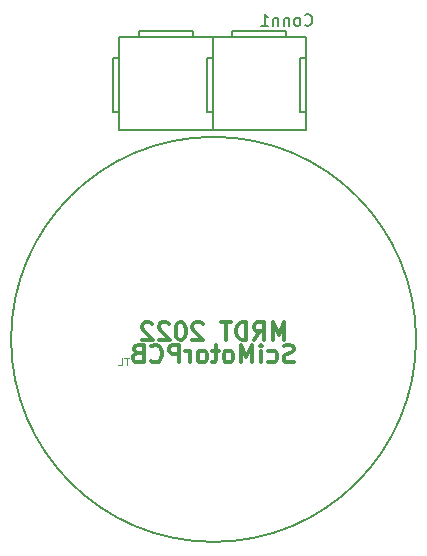
<source format=gbr>
%TF.GenerationSoftware,KiCad,Pcbnew,(5.1.9)-1*%
%TF.CreationDate,2022-03-15T15:37:10-05:00*%
%TF.ProjectId,SciMotorPCB,5363694d-6f74-46f7-9250-43422e6b6963,rev?*%
%TF.SameCoordinates,Original*%
%TF.FileFunction,Legend,Bot*%
%TF.FilePolarity,Positive*%
%FSLAX46Y46*%
G04 Gerber Fmt 4.6, Leading zero omitted, Abs format (unit mm)*
G04 Created by KiCad (PCBNEW (5.1.9)-1) date 2022-03-15 15:37:10*
%MOMM*%
%LPD*%
G01*
G04 APERTURE LIST*
%ADD10C,0.300000*%
%ADD11C,0.076200*%
%ADD12C,0.150000*%
G04 APERTURE END LIST*
D10*
X162845000Y-95928571D02*
X162845000Y-94428571D01*
X162345000Y-95500000D01*
X161845000Y-94428571D01*
X161845000Y-95928571D01*
X160273571Y-95928571D02*
X160773571Y-95214285D01*
X161130714Y-95928571D02*
X161130714Y-94428571D01*
X160559285Y-94428571D01*
X160416428Y-94500000D01*
X160345000Y-94571428D01*
X160273571Y-94714285D01*
X160273571Y-94928571D01*
X160345000Y-95071428D01*
X160416428Y-95142857D01*
X160559285Y-95214285D01*
X161130714Y-95214285D01*
X159630714Y-95928571D02*
X159630714Y-94428571D01*
X159273571Y-94428571D01*
X159059285Y-94500000D01*
X158916428Y-94642857D01*
X158845000Y-94785714D01*
X158773571Y-95071428D01*
X158773571Y-95285714D01*
X158845000Y-95571428D01*
X158916428Y-95714285D01*
X159059285Y-95857142D01*
X159273571Y-95928571D01*
X159630714Y-95928571D01*
X158345000Y-94428571D02*
X157487857Y-94428571D01*
X157916428Y-95928571D02*
X157916428Y-94428571D01*
X155916428Y-94571428D02*
X155845000Y-94500000D01*
X155702142Y-94428571D01*
X155345000Y-94428571D01*
X155202142Y-94500000D01*
X155130714Y-94571428D01*
X155059285Y-94714285D01*
X155059285Y-94857142D01*
X155130714Y-95071428D01*
X155987857Y-95928571D01*
X155059285Y-95928571D01*
X154130714Y-94428571D02*
X153987857Y-94428571D01*
X153845000Y-94500000D01*
X153773571Y-94571428D01*
X153702142Y-94714285D01*
X153630714Y-95000000D01*
X153630714Y-95357142D01*
X153702142Y-95642857D01*
X153773571Y-95785714D01*
X153845000Y-95857142D01*
X153987857Y-95928571D01*
X154130714Y-95928571D01*
X154273571Y-95857142D01*
X154345000Y-95785714D01*
X154416428Y-95642857D01*
X154487857Y-95357142D01*
X154487857Y-95000000D01*
X154416428Y-94714285D01*
X154345000Y-94571428D01*
X154273571Y-94500000D01*
X154130714Y-94428571D01*
X153059285Y-94571428D02*
X152987857Y-94500000D01*
X152845000Y-94428571D01*
X152487857Y-94428571D01*
X152345000Y-94500000D01*
X152273571Y-94571428D01*
X152202142Y-94714285D01*
X152202142Y-94857142D01*
X152273571Y-95071428D01*
X153130714Y-95928571D01*
X152202142Y-95928571D01*
X151630714Y-94571428D02*
X151559285Y-94500000D01*
X151416428Y-94428571D01*
X151059285Y-94428571D01*
X150916428Y-94500000D01*
X150845000Y-94571428D01*
X150773571Y-94714285D01*
X150773571Y-94857142D01*
X150845000Y-95071428D01*
X151702142Y-95928571D01*
X150773571Y-95928571D01*
D11*
X149663452Y-97442261D02*
X149300595Y-97442261D01*
X149482023Y-98077261D02*
X149482023Y-97442261D01*
X148786547Y-98077261D02*
X149088928Y-98077261D01*
X149088928Y-97442261D01*
D10*
X163630714Y-97762142D02*
X163416428Y-97833571D01*
X163059285Y-97833571D01*
X162916428Y-97762142D01*
X162845000Y-97690714D01*
X162773571Y-97547857D01*
X162773571Y-97405000D01*
X162845000Y-97262142D01*
X162916428Y-97190714D01*
X163059285Y-97119285D01*
X163345000Y-97047857D01*
X163487857Y-96976428D01*
X163559285Y-96905000D01*
X163630714Y-96762142D01*
X163630714Y-96619285D01*
X163559285Y-96476428D01*
X163487857Y-96405000D01*
X163345000Y-96333571D01*
X162987857Y-96333571D01*
X162773571Y-96405000D01*
X161487857Y-97762142D02*
X161630714Y-97833571D01*
X161916428Y-97833571D01*
X162059285Y-97762142D01*
X162130714Y-97690714D01*
X162202142Y-97547857D01*
X162202142Y-97119285D01*
X162130714Y-96976428D01*
X162059285Y-96905000D01*
X161916428Y-96833571D01*
X161630714Y-96833571D01*
X161487857Y-96905000D01*
X160845000Y-97833571D02*
X160845000Y-96833571D01*
X160845000Y-96333571D02*
X160916428Y-96405000D01*
X160845000Y-96476428D01*
X160773571Y-96405000D01*
X160845000Y-96333571D01*
X160845000Y-96476428D01*
X160130714Y-97833571D02*
X160130714Y-96333571D01*
X159630714Y-97405000D01*
X159130714Y-96333571D01*
X159130714Y-97833571D01*
X158202142Y-97833571D02*
X158345000Y-97762142D01*
X158416428Y-97690714D01*
X158487857Y-97547857D01*
X158487857Y-97119285D01*
X158416428Y-96976428D01*
X158345000Y-96905000D01*
X158202142Y-96833571D01*
X157987857Y-96833571D01*
X157845000Y-96905000D01*
X157773571Y-96976428D01*
X157702142Y-97119285D01*
X157702142Y-97547857D01*
X157773571Y-97690714D01*
X157845000Y-97762142D01*
X157987857Y-97833571D01*
X158202142Y-97833571D01*
X157273571Y-96833571D02*
X156702142Y-96833571D01*
X157059285Y-96333571D02*
X157059285Y-97619285D01*
X156987857Y-97762142D01*
X156845000Y-97833571D01*
X156702142Y-97833571D01*
X155987857Y-97833571D02*
X156130714Y-97762142D01*
X156202142Y-97690714D01*
X156273571Y-97547857D01*
X156273571Y-97119285D01*
X156202142Y-96976428D01*
X156130714Y-96905000D01*
X155987857Y-96833571D01*
X155773571Y-96833571D01*
X155630714Y-96905000D01*
X155559285Y-96976428D01*
X155487857Y-97119285D01*
X155487857Y-97547857D01*
X155559285Y-97690714D01*
X155630714Y-97762142D01*
X155773571Y-97833571D01*
X155987857Y-97833571D01*
X154845000Y-97833571D02*
X154845000Y-96833571D01*
X154845000Y-97119285D02*
X154773571Y-96976428D01*
X154702142Y-96905000D01*
X154559285Y-96833571D01*
X154416428Y-96833571D01*
X153916428Y-97833571D02*
X153916428Y-96333571D01*
X153345000Y-96333571D01*
X153202142Y-96405000D01*
X153130714Y-96476428D01*
X153059285Y-96619285D01*
X153059285Y-96833571D01*
X153130714Y-96976428D01*
X153202142Y-97047857D01*
X153345000Y-97119285D01*
X153916428Y-97119285D01*
X151559285Y-97690714D02*
X151630714Y-97762142D01*
X151845000Y-97833571D01*
X151987857Y-97833571D01*
X152202142Y-97762142D01*
X152345000Y-97619285D01*
X152416428Y-97476428D01*
X152487857Y-97190714D01*
X152487857Y-96976428D01*
X152416428Y-96690714D01*
X152345000Y-96547857D01*
X152202142Y-96405000D01*
X151987857Y-96333571D01*
X151845000Y-96333571D01*
X151630714Y-96405000D01*
X151559285Y-96476428D01*
X150416428Y-97047857D02*
X150202142Y-97119285D01*
X150130714Y-97190714D01*
X150059285Y-97333571D01*
X150059285Y-97547857D01*
X150130714Y-97690714D01*
X150202142Y-97762142D01*
X150345000Y-97833571D01*
X150916428Y-97833571D01*
X150916428Y-96333571D01*
X150416428Y-96333571D01*
X150273571Y-96405000D01*
X150202142Y-96476428D01*
X150130714Y-96619285D01*
X150130714Y-96762142D01*
X150202142Y-96905000D01*
X150273571Y-96976428D01*
X150416428Y-97047857D01*
X150916428Y-97047857D01*
D12*
X173990000Y-95885000D02*
G75*
G03*
X173990000Y-95885000I-17145000J0D01*
G01*
%TO.C,Conn1*%
X156758000Y-70258000D02*
X156758000Y-78158000D01*
X155081000Y-69750000D02*
X155081000Y-70258000D01*
X156758000Y-78158000D02*
X148858000Y-78158000D01*
X164658000Y-76608000D02*
X164150000Y-76608000D01*
X158386000Y-69750000D02*
X162958000Y-69750000D01*
X148858000Y-70258000D02*
X148858000Y-78158000D01*
X156249400Y-76608000D02*
X156249400Y-72036000D01*
X164658000Y-78158000D02*
X156758000Y-78158000D01*
X156757400Y-76608000D02*
X156249400Y-76608000D01*
X150509000Y-70258000D02*
X150509000Y-69750000D01*
X164150000Y-72036000D02*
X164658000Y-72036000D01*
X148350000Y-72036000D02*
X148858000Y-72036000D01*
X150509000Y-69750000D02*
X155081000Y-69750000D01*
X162958000Y-69750000D02*
X162958000Y-70258000D01*
X156249400Y-72036000D02*
X156757400Y-72036000D01*
X148350000Y-76608000D02*
X148350000Y-72036000D01*
X158386000Y-70258000D02*
X158386000Y-69750000D01*
X156758000Y-70258000D02*
X148858000Y-70258000D01*
X148858000Y-76608000D02*
X148350000Y-76608000D01*
X164658000Y-70258000D02*
X164658000Y-78158000D01*
X164658000Y-70258000D02*
X156758000Y-70258000D01*
X164150000Y-76608000D02*
X164150000Y-72036000D01*
X164568809Y-69241142D02*
X164616428Y-69288761D01*
X164759285Y-69336380D01*
X164854523Y-69336380D01*
X164997380Y-69288761D01*
X165092619Y-69193523D01*
X165140238Y-69098285D01*
X165187857Y-68907809D01*
X165187857Y-68764952D01*
X165140238Y-68574476D01*
X165092619Y-68479238D01*
X164997380Y-68384000D01*
X164854523Y-68336380D01*
X164759285Y-68336380D01*
X164616428Y-68384000D01*
X164568809Y-68431619D01*
X163997380Y-69336380D02*
X164092619Y-69288761D01*
X164140238Y-69241142D01*
X164187857Y-69145904D01*
X164187857Y-68860190D01*
X164140238Y-68764952D01*
X164092619Y-68717333D01*
X163997380Y-68669714D01*
X163854523Y-68669714D01*
X163759285Y-68717333D01*
X163711666Y-68764952D01*
X163664047Y-68860190D01*
X163664047Y-69145904D01*
X163711666Y-69241142D01*
X163759285Y-69288761D01*
X163854523Y-69336380D01*
X163997380Y-69336380D01*
X163235476Y-68669714D02*
X163235476Y-69336380D01*
X163235476Y-68764952D02*
X163187857Y-68717333D01*
X163092619Y-68669714D01*
X162949761Y-68669714D01*
X162854523Y-68717333D01*
X162806904Y-68812571D01*
X162806904Y-69336380D01*
X162330714Y-68669714D02*
X162330714Y-69336380D01*
X162330714Y-68764952D02*
X162283095Y-68717333D01*
X162187857Y-68669714D01*
X162045000Y-68669714D01*
X161949761Y-68717333D01*
X161902142Y-68812571D01*
X161902142Y-69336380D01*
X160902142Y-69336380D02*
X161473571Y-69336380D01*
X161187857Y-69336380D02*
X161187857Y-68336380D01*
X161283095Y-68479238D01*
X161378333Y-68574476D01*
X161473571Y-68622095D01*
%TD*%
M02*

</source>
